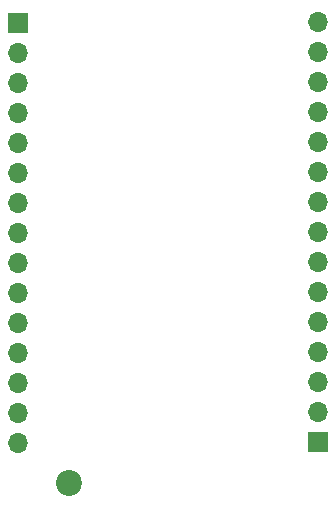
<source format=gbr>
G04 #@! TF.GenerationSoftware,KiCad,Pcbnew,(5.1.2)-2*
G04 #@! TF.CreationDate,2020-01-13T17:53:03+01:00*
G04 #@! TF.ProjectId,ACM Breakout,41434d20-4272-4656-916b-6f75742e6b69,rev?*
G04 #@! TF.SameCoordinates,Original*
G04 #@! TF.FileFunction,Copper,L2,Bot*
G04 #@! TF.FilePolarity,Positive*
%FSLAX46Y46*%
G04 Gerber Fmt 4.6, Leading zero omitted, Abs format (unit mm)*
G04 Created by KiCad (PCBNEW (5.1.2)-2) date 2020-01-13 17:53:03*
%MOMM*%
%LPD*%
G04 APERTURE LIST*
%ADD10C,2.200000*%
%ADD11R,1.700000X1.700000*%
%ADD12O,1.700000X1.700000*%
G04 APERTURE END LIST*
D10*
X-8422000Y-19912000D03*
D11*
X-12700000Y19000000D03*
D12*
X-12700000Y16460000D03*
X-12700000Y13920000D03*
X-12700000Y11380000D03*
X-12700000Y8840000D03*
X-12700000Y6300000D03*
X-12700000Y3760000D03*
X-12700000Y1220000D03*
X-12700000Y-1320000D03*
X-12700000Y-3860000D03*
X-12700000Y-6400000D03*
X-12700000Y-8940000D03*
X-12700000Y-11480000D03*
X-12700000Y-14020000D03*
X-12700000Y-16560000D03*
X12700000Y19100000D03*
X12700000Y16560000D03*
X12700000Y14020000D03*
X12700000Y11480000D03*
X12700000Y8940000D03*
X12700000Y6400000D03*
X12700000Y3860000D03*
X12700000Y1320000D03*
X12700000Y-1220000D03*
X12700000Y-3760000D03*
X12700000Y-6300000D03*
X12700000Y-8840000D03*
X12700000Y-11380000D03*
X12700000Y-13920000D03*
D11*
X12700000Y-16460000D03*
M02*

</source>
